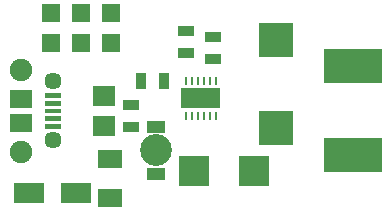
<source format=gbr>
G04 #@! TF.FileFunction,Soldermask,Top*
%FSLAX46Y46*%
G04 Gerber Fmt 4.6, Leading zero omitted, Abs format (unit mm)*
G04 Created by KiCad (PCBNEW 4.1.0-alpha+201608181240+7066~46~ubuntu16.04.1-product) date Fri Aug 19 11:00:01 2016*
%MOMM*%
%LPD*%
G01*
G04 APERTURE LIST*
%ADD10C,0.100000*%
%ADD11R,1.850000X1.800000*%
%ADD12R,5.000000X3.000000*%
%ADD13R,0.250000X0.700000*%
%ADD14R,0.825000X0.850000*%
%ADD15R,2.550160X2.499360*%
%ADD16R,3.000000X3.000000*%
%ADD17C,1.450000*%
%ADD18C,1.900000*%
%ADD19R,1.397000X0.889000*%
%ADD20R,2.499360X1.800860*%
%ADD21R,1.524000X1.524000*%
%ADD22R,0.889000X1.397000*%
%ADD23R,1.500000X1.050000*%
%ADD24C,2.700000*%
%ADD25R,2.032000X1.524000*%
G04 APERTURE END LIST*
D10*
D11*
X146685000Y-119380000D03*
X146685000Y-116840000D03*
D12*
X167775000Y-121800000D03*
X167775000Y-114300000D03*
D13*
X156157500Y-115600000D03*
X155657500Y-115600000D03*
X155157500Y-115600000D03*
X154657500Y-115600000D03*
X154157500Y-115600000D03*
X153657500Y-115600000D03*
X153657500Y-118500000D03*
X154157500Y-118500000D03*
X154657500Y-118500000D03*
X155157500Y-118500000D03*
X155657500Y-118500000D03*
X156157500Y-118500000D03*
D14*
X153670000Y-117475000D03*
X154495000Y-117475000D03*
X155320000Y-117475000D03*
X156145000Y-117475000D03*
X153670000Y-116625000D03*
X154495000Y-116625000D03*
X155320000Y-116625000D03*
X156145000Y-116625000D03*
D15*
X154335480Y-123190000D03*
X159385000Y-123190000D03*
D16*
X161290000Y-112124000D03*
X161290000Y-119524000D03*
D17*
X142400000Y-115610000D03*
X142400000Y-120610000D03*
D10*
G36*
X141725000Y-117910000D02*
X143075000Y-117910000D01*
X143075000Y-118310000D01*
X141725000Y-118310000D01*
X141725000Y-117910000D01*
X141725000Y-117910000D01*
G37*
G36*
X141725000Y-117260000D02*
X143075000Y-117260000D01*
X143075000Y-117660000D01*
X141725000Y-117660000D01*
X141725000Y-117260000D01*
X141725000Y-117260000D01*
G37*
G36*
X141725000Y-116610000D02*
X143075000Y-116610000D01*
X143075000Y-117010000D01*
X141725000Y-117010000D01*
X141725000Y-116610000D01*
X141725000Y-116610000D01*
G37*
G36*
X141725000Y-118560000D02*
X143075000Y-118560000D01*
X143075000Y-118960000D01*
X141725000Y-118960000D01*
X141725000Y-118560000D01*
X141725000Y-118560000D01*
G37*
G36*
X141725000Y-119210000D02*
X143075000Y-119210000D01*
X143075000Y-119610000D01*
X141725000Y-119610000D01*
X141725000Y-119210000D01*
X141725000Y-119210000D01*
G37*
G36*
X138750000Y-116360000D02*
X140650000Y-116360000D01*
X140650000Y-117860000D01*
X138750000Y-117860000D01*
X138750000Y-116360000D01*
X138750000Y-116360000D01*
G37*
G36*
X138750000Y-118360000D02*
X140650000Y-118360000D01*
X140650000Y-119860000D01*
X138750000Y-119860000D01*
X138750000Y-118360000D01*
X138750000Y-118360000D01*
G37*
D18*
X139700000Y-121610000D03*
X139700000Y-114610000D03*
D19*
X155956000Y-113728500D03*
X155956000Y-111823500D03*
D20*
X140335000Y-125095000D03*
X144332960Y-125095000D03*
D21*
X142240000Y-112395000D03*
X142240000Y-109855000D03*
X144780000Y-112395000D03*
X144780000Y-109855000D03*
X147320000Y-112395000D03*
X147320000Y-109855000D03*
D19*
X153670000Y-113220500D03*
X153670000Y-111315500D03*
D22*
X151765000Y-115570000D03*
X149860000Y-115570000D03*
D23*
X151130000Y-123444000D03*
X151130000Y-119444000D03*
D24*
X151130000Y-121444000D03*
D19*
X148971000Y-117602000D03*
X148971000Y-119507000D03*
D25*
X147193000Y-125476000D03*
X147193000Y-122174000D03*
M02*

</source>
